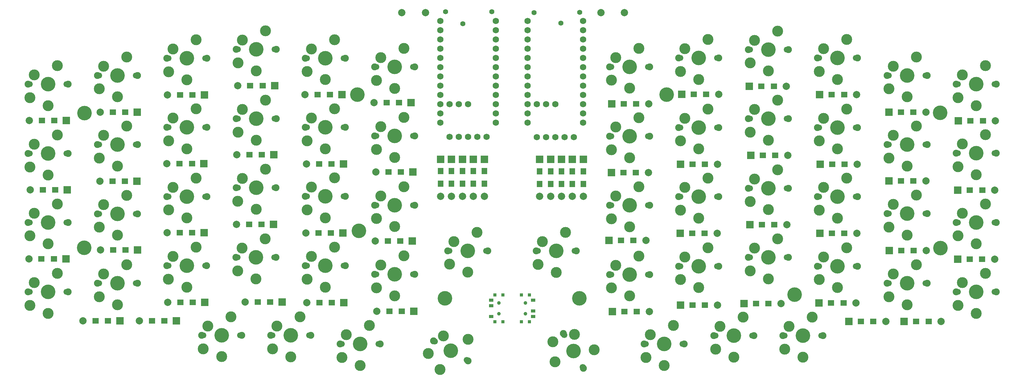
<source format=gts>
%TF.GenerationSoftware,KiCad,Pcbnew,(6.0.10)*%
%TF.CreationDate,2023-10-04T19:43:37-05:00*%
%TF.ProjectId,RunType58,52756e54-7970-4653-9538-2e6b69636164,rev?*%
%TF.SameCoordinates,Original*%
%TF.FileFunction,Soldermask,Top*%
%TF.FilePolarity,Negative*%
%FSLAX46Y46*%
G04 Gerber Fmt 4.6, Leading zero omitted, Abs format (unit mm)*
G04 Created by KiCad (PCBNEW (6.0.10)) date 2023-10-04 19:43:37*
%MOMM*%
%LPD*%
G01*
G04 APERTURE LIST*
%ADD10C,0.100000*%
%ADD11C,3.000000*%
%ADD12C,1.900000*%
%ADD13C,1.700000*%
%ADD14C,4.000000*%
%ADD15R,1.998980X1.998980*%
%ADD16R,1.500000X1.800000*%
%ADD17C,1.998980*%
%ADD18R,1.800000X1.500000*%
%ADD19C,1.752600*%
%ADD20C,1.000000*%
%ADD21R,0.900000X0.900000*%
%ADD22R,1.250000X0.900000*%
%ADD23C,2.000000*%
%ADD24C,1.397000*%
G04 APERTURE END LIST*
D10*
%TO.C,SW53*%
X31695000Y-98580000D03*
D11*
X38060000Y-96080000D03*
D12*
X41020000Y-101160000D03*
D13*
X40600000Y-101160000D03*
D11*
X31710000Y-98620000D03*
D14*
X35520000Y-101160000D03*
D11*
X30520000Y-104860000D03*
X35520000Y-107060000D03*
D13*
X30440000Y-101160000D03*
D12*
X30020000Y-101160000D03*
%TD*%
D13*
%TO.C,SW2*%
X285320000Y-44100000D03*
X295480000Y-44100000D03*
D12*
X284900000Y-44100000D03*
D10*
X286575000Y-41520000D03*
D14*
X290400000Y-44100000D03*
D12*
X295900000Y-44100000D03*
D11*
X292940000Y-39020000D03*
X286590000Y-41560000D03*
X285400000Y-47800000D03*
X290400000Y-50000000D03*
%TD*%
D15*
%TO.C,D58*%
X149320000Y-64720000D03*
D16*
X149317460Y-68020000D03*
X149317460Y-71420000D03*
D17*
X149320000Y-74880000D03*
%TD*%
D16*
%TO.C,D55*%
X152317460Y-68020000D03*
D15*
X152320000Y-64720000D03*
D17*
X152320000Y-74880000D03*
D16*
X152317460Y-71420000D03*
%TD*%
D15*
%TO.C,D57*%
X146312540Y-64720000D03*
D16*
X146310000Y-68020000D03*
X146310000Y-71420000D03*
D17*
X146312540Y-74880000D03*
%TD*%
D18*
%TO.C,D25*%
X212500000Y-104800000D03*
D15*
X209200000Y-104797460D03*
D17*
X219360000Y-104797460D03*
D18*
X215900000Y-104800000D03*
%TD*%
D19*
%TO.C,Display1*%
X145730000Y-58607312D03*
X148270000Y-58607312D03*
X150810000Y-58607312D03*
X153350000Y-58607312D03*
X155890000Y-58607312D03*
%TD*%
D20*
%TO.C,SW_POWER2*%
X159300000Y-107200000D03*
X159300000Y-104200000D03*
D21*
X158200000Y-109400000D03*
X160400000Y-102000000D03*
X160400000Y-109400000D03*
X158200000Y-102000000D03*
D22*
X157225000Y-107950000D03*
X157225000Y-104950000D03*
X157225000Y-103450000D03*
%TD*%
D18*
%TO.C,D46*%
X37100000Y-92110000D03*
D15*
X40400000Y-92112540D03*
D17*
X30240000Y-92112540D03*
D18*
X33700000Y-92110000D03*
%TD*%
D13*
%TO.C,SW25*%
X219280000Y-94100000D03*
D11*
X216740000Y-89020000D03*
D14*
X214200000Y-94100000D03*
D11*
X209200000Y-97800000D03*
D12*
X208700000Y-94100000D03*
X219700000Y-94100000D03*
D11*
X214200000Y-100000000D03*
D10*
X210375000Y-91520000D03*
D13*
X209120000Y-94100000D03*
D11*
X210390000Y-91560000D03*
%TD*%
D12*
%TO.C,SW12*%
X219700000Y-56000000D03*
D11*
X210390000Y-53460000D03*
D13*
X209120000Y-56000000D03*
X219280000Y-56000000D03*
D14*
X214200000Y-56000000D03*
D11*
X209200000Y-59700000D03*
D10*
X210375000Y-53420000D03*
D12*
X208700000Y-56000000D03*
D11*
X216740000Y-50920000D03*
X214200000Y-61900000D03*
%TD*%
D14*
%TO.C,H10*%
X240470000Y-101930000D03*
%TD*%
D16*
%TO.C,D56*%
X143300000Y-68020000D03*
D15*
X143302540Y-64720000D03*
D17*
X143302540Y-74880000D03*
D16*
X143300000Y-71420000D03*
%TD*%
D18*
%TO.C,D38*%
X113330000Y-66010000D03*
D15*
X116630000Y-66012540D03*
D18*
X109930000Y-66010000D03*
D17*
X106470000Y-66012540D03*
%TD*%
D13*
%TO.C,SW1*%
X190111208Y-39321497D03*
D12*
X200691208Y-39321497D03*
D11*
X191381208Y-36781497D03*
D14*
X195191208Y-39321497D03*
D12*
X189691208Y-39321497D03*
D11*
X197731208Y-34241497D03*
D10*
X191366208Y-36741497D03*
D11*
X190191208Y-43021497D03*
X195191208Y-45221497D03*
D13*
X200271208Y-39321497D03*
%TD*%
D10*
%TO.C,SW13*%
X286575000Y-79520000D03*
D11*
X285400000Y-85800000D03*
D14*
X290400000Y-82100000D03*
D12*
X295900000Y-82100000D03*
D11*
X290400000Y-88000000D03*
X286590000Y-79560000D03*
X292940000Y-77020000D03*
D13*
X285320000Y-82100000D03*
D12*
X284900000Y-82100000D03*
D13*
X295480000Y-82100000D03*
%TD*%
D12*
%TO.C,SW14*%
X238800000Y-72700000D03*
D10*
X229475000Y-70120000D03*
D11*
X228300000Y-76400000D03*
D13*
X238380000Y-72700000D03*
X228220000Y-72700000D03*
D11*
X235840000Y-67620000D03*
D14*
X233300000Y-72700000D03*
D11*
X233300000Y-78600000D03*
X229490000Y-70160000D03*
D12*
X227800000Y-72700000D03*
%TD*%
%TO.C,SW38*%
X106150000Y-55960000D03*
D14*
X111650000Y-55960000D03*
D11*
X106650000Y-59660000D03*
X111650000Y-61860000D03*
X114190000Y-50880000D03*
X107840000Y-53420000D03*
D10*
X107825000Y-53380000D03*
D13*
X106570000Y-55960000D03*
D12*
X117150000Y-55960000D03*
D13*
X116730000Y-55960000D03*
%TD*%
D14*
%TO.C,H5*%
X120840000Y-84370000D03*
%TD*%
D13*
%TO.C,SW26*%
X247880000Y-113200000D03*
D11*
X245340000Y-108120000D03*
X237800000Y-116900000D03*
D12*
X248300000Y-113200000D03*
D10*
X238975000Y-110620000D03*
D13*
X237720000Y-113200000D03*
D11*
X242800000Y-119100000D03*
D14*
X242800000Y-113200000D03*
D11*
X238990000Y-110660000D03*
D12*
X237300000Y-113200000D03*
%TD*%
D15*
%TO.C,D51*%
X116720000Y-104122540D03*
D18*
X113420000Y-104120000D03*
D17*
X106560000Y-104122540D03*
D18*
X110020000Y-104120000D03*
%TD*%
D15*
%TO.C,D7*%
X285340000Y-73200000D03*
D18*
X288640000Y-73202540D03*
D17*
X295500000Y-73200000D03*
D18*
X292040000Y-73202540D03*
%TD*%
D19*
%TO.C,U1*%
X167160000Y-26770453D03*
X167160000Y-29310453D03*
X167160000Y-31850453D03*
X167160000Y-34390453D03*
X167160000Y-36930453D03*
X167160000Y-39470453D03*
X167160000Y-42010453D03*
X167160000Y-44550453D03*
X167160000Y-47090453D03*
X167160000Y-49630453D03*
X167160000Y-52170453D03*
X167160000Y-54710453D03*
X182400000Y-54710453D03*
X182400000Y-52170453D03*
X182400000Y-49630453D03*
X182400000Y-47090453D03*
X182400000Y-44550453D03*
X182400000Y-42010453D03*
X182400000Y-39470453D03*
X182400000Y-36930453D03*
X182400000Y-34390453D03*
X182400000Y-31850453D03*
X182400000Y-29310453D03*
X182400000Y-26770453D03*
X169700000Y-49630453D03*
X172240000Y-49630453D03*
X174780000Y-49630453D03*
%TD*%
D18*
%TO.C,D10*%
X269700000Y-70700000D03*
D15*
X266400000Y-70697460D03*
D18*
X273100000Y-70700000D03*
D17*
X276560000Y-70697460D03*
%TD*%
D15*
%TO.C,D24*%
X190440000Y-106600000D03*
D18*
X193740000Y-106602540D03*
D17*
X200600000Y-106600000D03*
D18*
X197140000Y-106602540D03*
%TD*%
D12*
%TO.C,SW54*%
X49070000Y-98820000D03*
D11*
X49570000Y-102520000D03*
D13*
X49490000Y-98820000D03*
D11*
X50760000Y-96280000D03*
D12*
X60070000Y-98820000D03*
D11*
X54570000Y-104720000D03*
D13*
X59650000Y-98820000D03*
D10*
X50745000Y-96240000D03*
D14*
X54570000Y-98820000D03*
D11*
X57110000Y-93740000D03*
%TD*%
D14*
%TO.C,SW5*%
X271400000Y-41700000D03*
D12*
X276900000Y-41700000D03*
D11*
X267590000Y-39160000D03*
X271400000Y-47600000D03*
D13*
X266320000Y-41700000D03*
D11*
X266400000Y-45400000D03*
X273940000Y-36620000D03*
D10*
X267575000Y-39120000D03*
D12*
X265900000Y-41700000D03*
D13*
X276480000Y-41700000D03*
%TD*%
D11*
%TO.C,SW39*%
X130700000Y-64240000D03*
D14*
X130700000Y-58340000D03*
D13*
X135780000Y-58340000D03*
D10*
X126875000Y-55760000D03*
D11*
X126890000Y-55800000D03*
D13*
X125620000Y-58340000D03*
D12*
X136200000Y-58340000D03*
D11*
X133240000Y-53260000D03*
X125700000Y-62040000D03*
D12*
X125200000Y-58340000D03*
%TD*%
D15*
%TO.C,D52*%
X155320000Y-64720000D03*
D16*
X155317460Y-68020000D03*
D17*
X155320000Y-74880000D03*
D16*
X155317460Y-71420000D03*
%TD*%
D11*
%TO.C,SW57*%
X104730000Y-108020000D03*
D12*
X96690000Y-113100000D03*
D13*
X97110000Y-113100000D03*
D11*
X102190000Y-119000000D03*
X97190000Y-116800000D03*
D10*
X98365000Y-110520000D03*
D13*
X107270000Y-113100000D03*
D14*
X102190000Y-113100000D03*
D12*
X107690000Y-113100000D03*
D11*
X98380000Y-110560000D03*
%TD*%
D18*
%TO.C,D22*%
X250540000Y-104200000D03*
D15*
X247240000Y-104197460D03*
D18*
X253940000Y-104200000D03*
D17*
X257400000Y-104197460D03*
%TD*%
D15*
%TO.C,D14*%
X228240000Y-82700000D03*
D18*
X231540000Y-82702540D03*
X234940000Y-82702540D03*
D17*
X238400000Y-82700000D03*
%TD*%
D11*
%TO.C,SW48*%
X133230000Y-91290000D03*
D13*
X135770000Y-96370000D03*
X125610000Y-96370000D03*
D11*
X125690000Y-100070000D03*
D12*
X136190000Y-96370000D03*
D10*
X126865000Y-93790000D03*
D11*
X126880000Y-93830000D03*
D12*
X125190000Y-96370000D03*
D11*
X130690000Y-102270000D03*
D14*
X130690000Y-96370000D03*
%TD*%
D12*
%TO.C,SW4*%
X257800000Y-36900000D03*
D11*
X248490000Y-34360000D03*
X247300000Y-40600000D03*
X254840000Y-31820000D03*
D13*
X257380000Y-36900000D03*
D14*
X252300000Y-36900000D03*
D11*
X252300000Y-42800000D03*
D12*
X246800000Y-36900000D03*
D10*
X248475000Y-34320000D03*
D13*
X247220000Y-36900000D03*
%TD*%
D19*
%TO.C,Display2*%
X169700000Y-58630000D03*
X172240000Y-58630000D03*
X174780000Y-58630000D03*
X177320000Y-58630000D03*
X179860000Y-58630000D03*
%TD*%
D14*
%TO.C,SW32*%
X73630000Y-36980000D03*
D12*
X68130000Y-36980000D03*
D11*
X76170000Y-31900000D03*
X68630000Y-40680000D03*
X73630000Y-42880000D03*
D13*
X68550000Y-36980000D03*
D10*
X69805000Y-34400000D03*
D12*
X79130000Y-36980000D03*
D11*
X69820000Y-34440000D03*
D13*
X78710000Y-36980000D03*
%TD*%
D18*
%TO.C,D34*%
X112910000Y-46950000D03*
D15*
X116210000Y-46952540D03*
D17*
X106050000Y-46952540D03*
D18*
X109510000Y-46950000D03*
%TD*%
D14*
%TO.C,SW21*%
X233300000Y-91700000D03*
D12*
X238800000Y-91700000D03*
D13*
X238380000Y-91700000D03*
X228220000Y-91700000D03*
D11*
X229490000Y-89160000D03*
D12*
X227800000Y-91700000D03*
D10*
X229475000Y-89120000D03*
D11*
X233300000Y-97600000D03*
X228300000Y-95400000D03*
X235840000Y-86620000D03*
%TD*%
D12*
%TO.C,SW45*%
X117160000Y-74950000D03*
D11*
X107850000Y-72410000D03*
X111660000Y-80850000D03*
D13*
X106580000Y-74950000D03*
D14*
X111660000Y-74950000D03*
D12*
X106160000Y-74950000D03*
D10*
X107835000Y-72370000D03*
D11*
X106660000Y-78650000D03*
X114200000Y-69870000D03*
D13*
X116740000Y-74950000D03*
%TD*%
D18*
%TO.C,D35*%
X131910000Y-49220000D03*
D15*
X135210000Y-49222540D03*
D17*
X125050000Y-49222540D03*
D18*
X128510000Y-49220000D03*
%TD*%
D14*
%TO.C,H2*%
X280520000Y-89110000D03*
%TD*%
D15*
%TO.C,D17*%
X189500000Y-86997460D03*
D18*
X192800000Y-87000000D03*
X196200000Y-87000000D03*
D17*
X199660000Y-86997460D03*
%TD*%
D18*
%TO.C,D8*%
X231800000Y-63700000D03*
D15*
X228500000Y-63697460D03*
D17*
X238660000Y-63697460D03*
D18*
X235200000Y-63700000D03*
%TD*%
D15*
%TO.C,D33*%
X97730000Y-44552540D03*
D18*
X94430000Y-44550000D03*
D17*
X87570000Y-44552540D03*
D18*
X91030000Y-44550000D03*
%TD*%
D13*
%TO.C,SW36*%
X68530000Y-55980000D03*
D12*
X68110000Y-55980000D03*
D11*
X68610000Y-59680000D03*
X73610000Y-61880000D03*
X69800000Y-53440000D03*
X76150000Y-50900000D03*
D14*
X73610000Y-55980000D03*
D12*
X79110000Y-55980000D03*
D10*
X69785000Y-53400000D03*
D13*
X78690000Y-55980000D03*
%TD*%
D15*
%TO.C,D20*%
X270600000Y-109297460D03*
D18*
X273900000Y-109300000D03*
D17*
X280760000Y-109297460D03*
D18*
X277300000Y-109300000D03*
%TD*%
D13*
%TO.C,SW20*%
X295480000Y-101200000D03*
X285320000Y-101200000D03*
D11*
X285400000Y-104900000D03*
X292940000Y-96120000D03*
D12*
X295900000Y-101200000D03*
D11*
X286590000Y-98660000D03*
D14*
X290400000Y-101200000D03*
D10*
X286575000Y-98620000D03*
D11*
X290400000Y-107100000D03*
D12*
X284900000Y-101200000D03*
%TD*%
D23*
%TO.C,RSW2*%
X132638391Y-24453874D03*
X139138391Y-24453874D03*
%TD*%
D15*
%TO.C,D49*%
X78560000Y-104082540D03*
D18*
X75260000Y-104080000D03*
X71860000Y-104080000D03*
D17*
X68400000Y-104082540D03*
%TD*%
D11*
%TO.C,SW51*%
X107850000Y-91460000D03*
D12*
X117160000Y-94000000D03*
X106160000Y-94000000D03*
D10*
X107835000Y-91420000D03*
D11*
X106660000Y-97700000D03*
D13*
X106580000Y-94000000D03*
D11*
X114200000Y-88920000D03*
D13*
X116740000Y-94000000D03*
D14*
X111660000Y-94000000D03*
D11*
X111660000Y-99900000D03*
%TD*%
D18*
%TO.C,D47*%
X56820000Y-89680000D03*
D15*
X60120000Y-89682540D03*
D18*
X53420000Y-89680000D03*
D17*
X49960000Y-89682540D03*
%TD*%
D11*
%TO.C,SW6*%
X209188008Y-40624196D03*
X216728008Y-31844196D03*
D13*
X219268008Y-36924196D03*
D14*
X214188008Y-36924196D03*
D12*
X219688008Y-36924196D03*
D11*
X210378008Y-34384196D03*
D10*
X210363008Y-34344196D03*
D13*
X209108008Y-36924196D03*
D12*
X208688008Y-36924196D03*
D11*
X214188008Y-42824196D03*
%TD*%
D15*
%TO.C,D6*%
X209550000Y-46877460D03*
D18*
X212850000Y-46880000D03*
D17*
X219710000Y-46877460D03*
D18*
X216250000Y-46880000D03*
%TD*%
D10*
%TO.C,SW49*%
X69765000Y-91420000D03*
D13*
X68510000Y-94000000D03*
D11*
X76130000Y-88920000D03*
X68590000Y-97700000D03*
D14*
X73590000Y-94000000D03*
D11*
X73590000Y-99900000D03*
D12*
X68090000Y-94000000D03*
D11*
X69780000Y-91460000D03*
D13*
X78670000Y-94000000D03*
D12*
X79090000Y-94000000D03*
%TD*%
D15*
%TO.C,D9*%
X247500000Y-66097460D03*
D18*
X250800000Y-66100000D03*
X254200000Y-66100000D03*
D17*
X257660000Y-66097460D03*
%TD*%
D12*
%TO.C,SW23*%
X276900000Y-98800000D03*
D11*
X271400000Y-104700000D03*
X266400000Y-102500000D03*
X267590000Y-96260000D03*
D14*
X271400000Y-98800000D03*
D12*
X265900000Y-98800000D03*
D10*
X267575000Y-96220000D03*
D13*
X276480000Y-98800000D03*
D11*
X273940000Y-93720000D03*
D13*
X266320000Y-98800000D03*
%TD*%
D18*
%TO.C,D43*%
X75060000Y-84950000D03*
D15*
X78360000Y-84952540D03*
D18*
X71660000Y-84950000D03*
D17*
X68200000Y-84952540D03*
%TD*%
D15*
%TO.C,D54*%
X70740000Y-109162540D03*
D18*
X67440000Y-109160000D03*
D17*
X60580000Y-109162540D03*
D18*
X64040000Y-109160000D03*
%TD*%
D12*
%TO.C,SW10*%
X265900000Y-60700000D03*
D10*
X267575000Y-58120000D03*
D14*
X271400000Y-60700000D03*
D13*
X266320000Y-60700000D03*
D12*
X276900000Y-60700000D03*
D13*
X276480000Y-60700000D03*
D11*
X266400000Y-64400000D03*
X267590000Y-58160000D03*
X273940000Y-55620000D03*
X271400000Y-66600000D03*
%TD*%
D15*
%TO.C,D13*%
X285300000Y-92197460D03*
D18*
X288600000Y-92200000D03*
X292000000Y-92200000D03*
D17*
X295460000Y-92197460D03*
%TD*%
D14*
%TO.C,H9*%
X280430000Y-51960000D03*
%TD*%
D13*
%TO.C,SW33*%
X97730000Y-34530000D03*
D11*
X87650000Y-38230000D03*
D13*
X87570000Y-34530000D03*
D11*
X92650000Y-40430000D03*
D14*
X92650000Y-34530000D03*
D10*
X88825000Y-31950000D03*
D12*
X98150000Y-34530000D03*
D11*
X95190000Y-29450000D03*
D12*
X87150000Y-34530000D03*
D11*
X88840000Y-31990000D03*
%TD*%
D18*
%TO.C,D36*%
X75030000Y-65960000D03*
D15*
X78330000Y-65962540D03*
D18*
X71630000Y-65960000D03*
D17*
X68170000Y-65962540D03*
%TD*%
D14*
%TO.C,H7*%
X45540000Y-52020000D03*
%TD*%
D15*
%TO.C,D32*%
X78480000Y-47032540D03*
D18*
X75180000Y-47030000D03*
D17*
X68320000Y-47032540D03*
D18*
X71780000Y-47030000D03*
%TD*%
D15*
%TO.C,D44*%
X97400000Y-82632540D03*
D18*
X94100000Y-82630000D03*
X90700000Y-82630000D03*
D17*
X87240000Y-82632540D03*
%TD*%
D15*
%TO.C,D3*%
X228100000Y-44697460D03*
D18*
X231400000Y-44700000D03*
X234800000Y-44700000D03*
D17*
X238260000Y-44697460D03*
%TD*%
D12*
%TO.C,SW37*%
X98150000Y-53580000D03*
D13*
X87570000Y-53580000D03*
D14*
X92650000Y-53580000D03*
D13*
X97730000Y-53580000D03*
D11*
X87650000Y-57280000D03*
X95190000Y-48500000D03*
D10*
X88825000Y-51000000D03*
D11*
X88840000Y-51040000D03*
X92650000Y-59480000D03*
D12*
X87150000Y-53580000D03*
%TD*%
D11*
%TO.C,SW8*%
X228300000Y-57300000D03*
D12*
X238800000Y-53600000D03*
D11*
X235840000Y-48520000D03*
X233300000Y-59500000D03*
X229490000Y-51060000D03*
D10*
X229475000Y-51020000D03*
D13*
X228220000Y-53600000D03*
D14*
X233300000Y-53600000D03*
D13*
X238380000Y-53600000D03*
D12*
X227800000Y-53600000D03*
%TD*%
D18*
%TO.C,D4*%
X250700000Y-47000000D03*
D15*
X247400000Y-46997460D03*
D18*
X254100000Y-47000000D03*
D17*
X257560000Y-46997460D03*
%TD*%
D16*
%TO.C,D27*%
X176500000Y-68100000D03*
D15*
X176502540Y-64800000D03*
D17*
X176502540Y-74960000D03*
D16*
X176500000Y-71500000D03*
%TD*%
D11*
%TO.C,SW30*%
X31720000Y-41590000D03*
D10*
X31705000Y-41550000D03*
D14*
X35530000Y-44130000D03*
D11*
X35530000Y-50030000D03*
D13*
X30450000Y-44130000D03*
D12*
X41030000Y-44130000D03*
D13*
X40610000Y-44130000D03*
D11*
X30530000Y-47830000D03*
X38070000Y-39050000D03*
D12*
X30030000Y-44130000D03*
%TD*%
D16*
%TO.C,D29*%
X173500000Y-68100000D03*
D15*
X173502540Y-64800000D03*
D16*
X173500000Y-71500000D03*
D17*
X173502540Y-74960000D03*
%TD*%
D15*
%TO.C,D48*%
X135960000Y-106482540D03*
D18*
X132660000Y-106480000D03*
X129260000Y-106480000D03*
D17*
X125800000Y-106482540D03*
%TD*%
D11*
%TO.C,SW16*%
X266400000Y-83400000D03*
D10*
X267575000Y-77120000D03*
D11*
X267590000Y-77160000D03*
D14*
X271400000Y-79700000D03*
D12*
X265900000Y-79700000D03*
D13*
X276480000Y-79700000D03*
D12*
X276900000Y-79700000D03*
D13*
X266320000Y-79700000D03*
D11*
X271400000Y-85600000D03*
X273940000Y-74620000D03*
%TD*%
D14*
%TO.C,H1*%
X120420000Y-46960000D03*
%TD*%
D24*
%TO.C,BatEntry2*%
X144700000Y-24200000D03*
%TD*%
D23*
%TO.C,RSW1*%
X187300151Y-24471047D03*
X193800151Y-24471047D03*
%TD*%
D18*
%TO.C,D1*%
X193600000Y-49500000D03*
D15*
X190300000Y-49497460D03*
D18*
X197000000Y-49500000D03*
D17*
X200460000Y-49497460D03*
%TD*%
D15*
%TO.C,D19*%
X170502540Y-64800000D03*
D16*
X170500000Y-68100000D03*
D17*
X170502540Y-74960000D03*
D16*
X170500000Y-71500000D03*
%TD*%
D15*
%TO.C,D12*%
X209200000Y-66097460D03*
D18*
X212500000Y-66100000D03*
D17*
X219360000Y-66097460D03*
D18*
X215900000Y-66100000D03*
%TD*%
D15*
%TO.C,D50*%
X99780000Y-103972540D03*
D18*
X96480000Y-103970000D03*
X93080000Y-103970000D03*
D17*
X89620000Y-103972540D03*
%TD*%
D14*
%TO.C,H6*%
X144470000Y-102970000D03*
%TD*%
%TO.C,SW35*%
X130690000Y-39350000D03*
D11*
X125690000Y-43050000D03*
D12*
X136190000Y-39350000D03*
D13*
X135770000Y-39350000D03*
D11*
X126880000Y-36810000D03*
X133230000Y-34270000D03*
D12*
X125190000Y-39350000D03*
D11*
X130690000Y-45250000D03*
D10*
X126865000Y-36770000D03*
D13*
X125610000Y-39350000D03*
%TD*%
D11*
%TO.C,SW52*%
X150800000Y-95770000D03*
D10*
X146975000Y-87290000D03*
D11*
X146990000Y-87330000D03*
X145800000Y-93570000D03*
D12*
X156300000Y-89870000D03*
D11*
X153340000Y-84790000D03*
D13*
X155880000Y-89870000D03*
D14*
X150800000Y-89870000D03*
D13*
X145720000Y-89870000D03*
D12*
X145300000Y-89870000D03*
%TD*%
%TO.C,SW29*%
X182550000Y-122163140D03*
D10*
X180121846Y-112797453D03*
D14*
X179800000Y-117400000D03*
D13*
X182340000Y-121799409D03*
X177260000Y-113000591D03*
D11*
X174690450Y-120350000D03*
D12*
X177050000Y-112636860D03*
D11*
X180094705Y-112830443D03*
X185469409Y-117059705D03*
X174095706Y-114919873D03*
%TD*%
D18*
%TO.C,D2*%
X288800000Y-54200000D03*
D15*
X285500000Y-54197460D03*
D17*
X295660000Y-54197460D03*
D18*
X292200000Y-54200000D03*
%TD*%
D24*
%TO.C,Bat+2*%
X149400000Y-27466500D03*
%TD*%
D14*
%TO.C,H3*%
X181390000Y-102950000D03*
%TD*%
D12*
%TO.C,SW15*%
X257800000Y-75000000D03*
D11*
X252300000Y-80900000D03*
D12*
X246800000Y-75000000D03*
D14*
X252300000Y-75000000D03*
D11*
X254840000Y-69920000D03*
X248490000Y-72460000D03*
D10*
X248475000Y-72420000D03*
D13*
X247220000Y-75000000D03*
D11*
X247300000Y-78700000D03*
D13*
X257380000Y-75000000D03*
%TD*%
D15*
%TO.C,D21*%
X226630000Y-104347460D03*
D18*
X229930000Y-104350000D03*
D17*
X236790000Y-104347460D03*
D18*
X233330000Y-104350000D03*
%TD*%
%TO.C,D5*%
X269700000Y-51800000D03*
D15*
X266400000Y-51797460D03*
D18*
X273100000Y-51800000D03*
D17*
X276560000Y-51797460D03*
%TD*%
D24*
%TO.C,BatEntry1*%
X168946500Y-24450000D03*
%TD*%
D12*
%TO.C,SW40*%
X30030000Y-63140000D03*
D11*
X38070000Y-58060000D03*
D13*
X30450000Y-63140000D03*
D11*
X35530000Y-69040000D03*
D12*
X41030000Y-63140000D03*
D13*
X40610000Y-63140000D03*
D14*
X35530000Y-63140000D03*
D10*
X31705000Y-60560000D03*
D11*
X30530000Y-66840000D03*
X31720000Y-60600000D03*
%TD*%
D18*
%TO.C,D53*%
X51950000Y-109160000D03*
D15*
X55250000Y-109162540D03*
D18*
X48550000Y-109160000D03*
D17*
X45090000Y-109162540D03*
%TD*%
D15*
%TO.C,D23*%
X255400000Y-109297460D03*
D18*
X258700000Y-109300000D03*
X262100000Y-109300000D03*
D17*
X265560000Y-109297460D03*
%TD*%
D15*
%TO.C,D11*%
X190200000Y-68397460D03*
D18*
X193500000Y-68400000D03*
D17*
X200360000Y-68397460D03*
D18*
X196900000Y-68400000D03*
%TD*%
D11*
%TO.C,SW58*%
X116220000Y-119210000D03*
D12*
X115720000Y-115510000D03*
D11*
X117410000Y-112970000D03*
D10*
X117395000Y-112930000D03*
D13*
X126300000Y-115510000D03*
D11*
X121220000Y-121410000D03*
X123760000Y-110430000D03*
D12*
X126720000Y-115510000D03*
D13*
X116140000Y-115510000D03*
D14*
X121220000Y-115510000D03*
%TD*%
%TO.C,SW11*%
X195200000Y-58400000D03*
D11*
X197740000Y-53320000D03*
X191390000Y-55860000D03*
D13*
X200280000Y-58400000D03*
X190120000Y-58400000D03*
D12*
X200700000Y-58400000D03*
X189700000Y-58400000D03*
D11*
X195200000Y-64300000D03*
X190200000Y-62100000D03*
D10*
X191375000Y-55820000D03*
%TD*%
D11*
%TO.C,SW27*%
X207240000Y-110420000D03*
D13*
X209780000Y-115500000D03*
X199620000Y-115500000D03*
D12*
X210200000Y-115500000D03*
D10*
X200875000Y-112920000D03*
D11*
X199700000Y-119200000D03*
D14*
X204700000Y-115500000D03*
D11*
X200890000Y-112960000D03*
X204700000Y-121400000D03*
D12*
X199200000Y-115500000D03*
%TD*%
D15*
%TO.C,D31*%
X60040000Y-51802540D03*
D18*
X56740000Y-51800000D03*
X53340000Y-51800000D03*
D17*
X49880000Y-51802540D03*
%TD*%
D15*
%TO.C,D26*%
X182502540Y-64800000D03*
D16*
X182500000Y-68100000D03*
D17*
X182502540Y-74960000D03*
D16*
X182500000Y-71500000D03*
%TD*%
D14*
%TO.C,SW22*%
X252300000Y-94100000D03*
D13*
X257380000Y-94100000D03*
D12*
X246800000Y-94100000D03*
D11*
X247300000Y-97800000D03*
D10*
X248475000Y-91520000D03*
D11*
X254840000Y-89020000D03*
D12*
X257800000Y-94100000D03*
D11*
X248490000Y-91560000D03*
X252300000Y-100000000D03*
D13*
X247220000Y-94100000D03*
%TD*%
D12*
%TO.C,SW17*%
X200700000Y-77400000D03*
D11*
X191390000Y-74860000D03*
X190200000Y-81100000D03*
D13*
X200280000Y-77400000D03*
X190120000Y-77400000D03*
D12*
X189700000Y-77400000D03*
D14*
X195200000Y-77400000D03*
D10*
X191375000Y-74820000D03*
D11*
X197740000Y-72320000D03*
X195200000Y-83300000D03*
%TD*%
%TO.C,SW7*%
X285400000Y-66800000D03*
D10*
X286575000Y-60520000D03*
D13*
X285320000Y-63100000D03*
D12*
X295900000Y-63100000D03*
X284900000Y-63100000D03*
D13*
X295480000Y-63100000D03*
D11*
X292940000Y-58020000D03*
D14*
X290400000Y-63100000D03*
D11*
X290400000Y-69000000D03*
X286590000Y-60560000D03*
%TD*%
%TO.C,SW9*%
X247300000Y-59700000D03*
D12*
X257800000Y-56000000D03*
D10*
X248475000Y-53420000D03*
D13*
X257380000Y-56000000D03*
D11*
X252300000Y-61900000D03*
D14*
X252300000Y-56000000D03*
D13*
X247220000Y-56000000D03*
D11*
X248490000Y-53460000D03*
X254840000Y-50920000D03*
D12*
X246800000Y-56000000D03*
%TD*%
D18*
%TO.C,D15*%
X250740000Y-85102540D03*
D15*
X247440000Y-85100000D03*
D18*
X254140000Y-85102540D03*
D17*
X257600000Y-85100000D03*
%TD*%
D15*
%TO.C,D18*%
X209100000Y-85097460D03*
D18*
X212400000Y-85100000D03*
D17*
X219260000Y-85097460D03*
D18*
X215800000Y-85100000D03*
%TD*%
D15*
%TO.C,D28*%
X179502540Y-64800000D03*
D16*
X179500000Y-68100000D03*
X179500000Y-71500000D03*
D17*
X179502540Y-74960000D03*
%TD*%
D14*
%TO.C,SW41*%
X54560000Y-60700000D03*
D10*
X50735000Y-58120000D03*
D11*
X49560000Y-64400000D03*
D13*
X49480000Y-60700000D03*
D11*
X54560000Y-66600000D03*
D12*
X49060000Y-60700000D03*
X60060000Y-60700000D03*
D13*
X59640000Y-60700000D03*
D11*
X50750000Y-58160000D03*
X57100000Y-55620000D03*
%TD*%
D15*
%TO.C,D42*%
X135520000Y-87210000D03*
D18*
X132220000Y-87207460D03*
D17*
X125360000Y-87210000D03*
D18*
X128820000Y-87207460D03*
%TD*%
D13*
%TO.C,SW55*%
X78080000Y-113090000D03*
D11*
X79350000Y-110550000D03*
D14*
X83160000Y-113090000D03*
D11*
X85700000Y-108010000D03*
D12*
X88660000Y-113090000D03*
D11*
X78160000Y-116790000D03*
D13*
X88240000Y-113090000D03*
D10*
X79335000Y-110510000D03*
D12*
X77660000Y-113090000D03*
D11*
X83160000Y-118990000D03*
%TD*%
D20*
%TO.C,SW_POWER1*%
X166600000Y-107200000D03*
X166600000Y-104200000D03*
D21*
X165500000Y-102000000D03*
X167700000Y-109400000D03*
X165500000Y-109400000D03*
X167700000Y-102000000D03*
D22*
X168675000Y-103450000D03*
X168675000Y-106450000D03*
X168675000Y-107950000D03*
%TD*%
D13*
%TO.C,SW56*%
X141720591Y-114820000D03*
D11*
X143170000Y-122469550D03*
D14*
X146120000Y-117360000D03*
D10*
X144097453Y-113213154D03*
D13*
X150519409Y-119900000D03*
D11*
X144090443Y-113255295D03*
D12*
X150883140Y-120110000D03*
D11*
X150859705Y-114230591D03*
X139939873Y-118064294D03*
D12*
X141356860Y-114610000D03*
%TD*%
D14*
%TO.C,H4*%
X45470000Y-89040000D03*
%TD*%
D19*
%TO.C,U2*%
X143190000Y-26766750D03*
X143190000Y-29306750D03*
X143190000Y-31846750D03*
X143190000Y-34386750D03*
X143190000Y-36926750D03*
X143190000Y-39466750D03*
X143190000Y-42006750D03*
X143190000Y-44546750D03*
X143190000Y-47086750D03*
X143190000Y-49626750D03*
X143190000Y-52166750D03*
X143190000Y-54706750D03*
X158430000Y-54706750D03*
X158430000Y-52166750D03*
X158430000Y-49626750D03*
X158430000Y-47086750D03*
X158430000Y-44546750D03*
X158430000Y-42006750D03*
X158430000Y-39466750D03*
X158430000Y-36926750D03*
X158430000Y-34386750D03*
X158430000Y-31846750D03*
X158430000Y-29306750D03*
X158430000Y-26766750D03*
X145730000Y-49626750D03*
X148270000Y-49626750D03*
X150810000Y-49626750D03*
%TD*%
D18*
%TO.C,D45*%
X113150000Y-85000000D03*
D15*
X116450000Y-85002540D03*
D17*
X106290000Y-85002540D03*
D18*
X109750000Y-85000000D03*
%TD*%
D15*
%TO.C,D16*%
X266500000Y-89797460D03*
D18*
X269800000Y-89800000D03*
D17*
X276660000Y-89797460D03*
D18*
X273200000Y-89800000D03*
%TD*%
D12*
%TO.C,SW43*%
X68110000Y-74970000D03*
X79110000Y-74970000D03*
D11*
X76150000Y-69890000D03*
D13*
X78690000Y-74970000D03*
X68530000Y-74970000D03*
D11*
X69800000Y-72430000D03*
X73610000Y-80870000D03*
D10*
X69785000Y-72390000D03*
D11*
X68610000Y-78670000D03*
D14*
X73610000Y-74970000D03*
%TD*%
D18*
%TO.C,D39*%
X132380000Y-68257460D03*
D15*
X135680000Y-68260000D03*
D17*
X125520000Y-68260000D03*
D18*
X128980000Y-68257460D03*
%TD*%
%TO.C,D37*%
X94220000Y-63520000D03*
D15*
X97520000Y-63522540D03*
D17*
X87360000Y-63522540D03*
D18*
X90820000Y-63520000D03*
%TD*%
D11*
%TO.C,SW24*%
X191390000Y-93860000D03*
D13*
X200280000Y-96400000D03*
D11*
X195200000Y-102300000D03*
D10*
X191375000Y-93820000D03*
D11*
X190200000Y-100100000D03*
D14*
X195200000Y-96400000D03*
D11*
X197740000Y-91320000D03*
D12*
X189700000Y-96400000D03*
X200700000Y-96400000D03*
D13*
X190120000Y-96400000D03*
%TD*%
D15*
%TO.C,D40*%
X40750000Y-73132540D03*
D18*
X37450000Y-73130000D03*
X34050000Y-73130000D03*
D17*
X30590000Y-73132540D03*
%TD*%
D14*
%TO.C,H8*%
X205400000Y-46950000D03*
%TD*%
D10*
%TO.C,SW46*%
X31715000Y-79500000D03*
D12*
X30040000Y-82080000D03*
D11*
X35540000Y-87980000D03*
X38080000Y-77000000D03*
X30540000Y-85780000D03*
D13*
X40620000Y-82080000D03*
X30460000Y-82080000D03*
D12*
X41040000Y-82080000D03*
D14*
X35540000Y-82080000D03*
D11*
X31730000Y-79540000D03*
%TD*%
D18*
%TO.C,D41*%
X56600000Y-70780000D03*
D15*
X59900000Y-70782540D03*
D18*
X53200000Y-70780000D03*
D17*
X49740000Y-70782540D03*
%TD*%
D12*
%TO.C,SW28*%
X218300000Y-113200000D03*
D13*
X218720000Y-113200000D03*
D12*
X229300000Y-113200000D03*
D11*
X223800000Y-119100000D03*
D13*
X228880000Y-113200000D03*
D14*
X223800000Y-113200000D03*
D10*
X219975000Y-110620000D03*
D11*
X218800000Y-116900000D03*
X226340000Y-108120000D03*
X219990000Y-110660000D03*
%TD*%
D12*
%TO.C,SW50*%
X98120000Y-91670000D03*
D11*
X92620000Y-97570000D03*
D10*
X88795000Y-89090000D03*
D12*
X87120000Y-91670000D03*
D13*
X87540000Y-91670000D03*
D14*
X92620000Y-91670000D03*
D11*
X87620000Y-95370000D03*
X95160000Y-86590000D03*
D13*
X97700000Y-91670000D03*
D11*
X88810000Y-89130000D03*
%TD*%
D12*
%TO.C,SW34*%
X117160000Y-36960000D03*
D14*
X111660000Y-36960000D03*
D10*
X107835000Y-34380000D03*
D13*
X116740000Y-36960000D03*
D12*
X106160000Y-36960000D03*
D13*
X106580000Y-36960000D03*
D11*
X106660000Y-40660000D03*
X107850000Y-34420000D03*
X111660000Y-42860000D03*
X114200000Y-31880000D03*
%TD*%
%TO.C,SW3*%
X233300000Y-40500000D03*
X228300000Y-38300000D03*
X229490000Y-32060000D03*
D14*
X233300000Y-34600000D03*
D12*
X238800000Y-34600000D03*
D10*
X229475000Y-32020000D03*
D12*
X227800000Y-34600000D03*
D13*
X238380000Y-34600000D03*
D11*
X235840000Y-29520000D03*
D13*
X228220000Y-34600000D03*
%TD*%
%TO.C,SW18*%
X209120000Y-75000000D03*
X219280000Y-75000000D03*
D10*
X210375000Y-72420000D03*
D11*
X209200000Y-78700000D03*
X210390000Y-72460000D03*
D12*
X208700000Y-75000000D03*
X219700000Y-75000000D03*
D14*
X214200000Y-75000000D03*
D11*
X214200000Y-80900000D03*
X216740000Y-69920000D03*
%TD*%
D24*
%TO.C,Bat+1*%
X176350000Y-27376500D03*
%TD*%
D10*
%TO.C,SW31*%
X50765000Y-39110000D03*
D11*
X57130000Y-36610000D03*
D14*
X54590000Y-41690000D03*
D11*
X50780000Y-39150000D03*
D12*
X60090000Y-41690000D03*
D11*
X49590000Y-45390000D03*
X54590000Y-47590000D03*
D12*
X49090000Y-41690000D03*
D13*
X49510000Y-41690000D03*
X59670000Y-41690000D03*
%TD*%
D11*
%TO.C,SW19*%
X170100000Y-93600000D03*
X177640000Y-84820000D03*
D13*
X170020000Y-89900000D03*
D14*
X175100000Y-89900000D03*
D10*
X171275000Y-87320000D03*
D11*
X171290000Y-87360000D03*
D13*
X180180000Y-89900000D03*
D11*
X175100000Y-95800000D03*
D12*
X180600000Y-89900000D03*
X169600000Y-89900000D03*
%TD*%
D13*
%TO.C,SW42*%
X125620000Y-77340000D03*
D11*
X130700000Y-83240000D03*
X125700000Y-81040000D03*
D13*
X135780000Y-77340000D03*
D10*
X126875000Y-74760000D03*
D11*
X133240000Y-72260000D03*
X126890000Y-74800000D03*
D12*
X125200000Y-77340000D03*
X136200000Y-77340000D03*
D14*
X130700000Y-77340000D03*
%TD*%
D11*
%TO.C,SW44*%
X95180000Y-67500000D03*
D12*
X87140000Y-72580000D03*
D13*
X97720000Y-72580000D03*
D12*
X98140000Y-72580000D03*
D11*
X92640000Y-78480000D03*
X87640000Y-76280000D03*
D14*
X92640000Y-72580000D03*
D11*
X88830000Y-70040000D03*
D10*
X88815000Y-70000000D03*
D13*
X87560000Y-72580000D03*
%TD*%
D24*
%TO.C,BatGND2*%
X157370000Y-24220000D03*
%TD*%
D13*
%TO.C,SW47*%
X59660000Y-79730000D03*
D12*
X60080000Y-79730000D03*
D11*
X49580000Y-83430000D03*
X54580000Y-85630000D03*
D12*
X49080000Y-79730000D03*
D11*
X57120000Y-74650000D03*
D13*
X49500000Y-79730000D03*
D10*
X50755000Y-77150000D03*
D11*
X50770000Y-77190000D03*
D14*
X54580000Y-79730000D03*
%TD*%
D18*
%TO.C,D30*%
X37240000Y-54102540D03*
D15*
X40540000Y-54105080D03*
D17*
X30380000Y-54105080D03*
D18*
X33840000Y-54102540D03*
%TD*%
D24*
%TO.C,BatGND1*%
X181510000Y-24380000D03*
%TD*%
M02*

</source>
